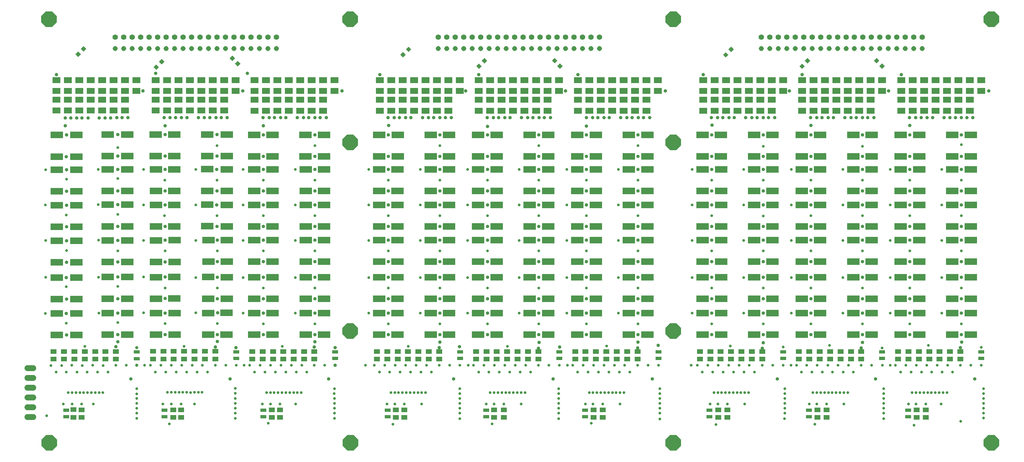
<source format=gbs>
G75*
G70*
%OFA0B0*%
%FSLAX24Y24*%
%IPPOS*%
%LPD*%
%AMOC8*
5,1,8,0,0,1.08239X$1,22.5*
%
%ADD10R,0.0630X0.0512*%
%ADD11R,0.1260X0.0709*%
%ADD12R,0.0787X0.0630*%
%ADD13R,0.0394X0.0394*%
%ADD14R,0.0591X0.0350*%
%ADD15C,0.0554*%
%ADD16C,0.0515*%
%ADD17C,0.0600*%
%ADD18C,0.0278*%
%ADD19C,0.0357*%
%ADD20C,0.0317*%
%ADD21OC8,0.1581*%
D10*
X006125Y010593D03*
X006125Y011380D03*
X006972Y011376D03*
X006972Y010589D03*
X016321Y010589D03*
X016321Y011376D03*
X017116Y011376D03*
X017116Y010589D03*
X026395Y010589D03*
X026395Y011376D03*
X027239Y011376D03*
X027239Y010589D03*
X027580Y016557D03*
X028643Y016557D03*
X029705Y016557D03*
X030729Y016557D03*
X030729Y017344D03*
X029705Y017344D03*
X028643Y017344D03*
X027580Y017344D03*
X026517Y017344D03*
X025454Y017344D03*
X024391Y017344D03*
X024391Y016557D03*
X025454Y016557D03*
X026517Y016557D03*
X020631Y016560D03*
X019568Y016560D03*
X018505Y016560D03*
X017442Y016560D03*
X016379Y016560D03*
X015316Y016560D03*
X014253Y016560D03*
X014253Y017347D03*
X015316Y017347D03*
X016379Y017347D03*
X017442Y017347D03*
X018505Y017347D03*
X019568Y017347D03*
X020631Y017347D03*
X010478Y017341D03*
X009415Y017341D03*
X008352Y017341D03*
X007289Y017341D03*
X006226Y017341D03*
X005163Y017341D03*
X004100Y017341D03*
X004100Y016553D03*
X005163Y016553D03*
X006226Y016553D03*
X007289Y016553D03*
X008352Y016553D03*
X009415Y016553D03*
X010478Y016553D03*
X037123Y016557D03*
X038186Y016557D03*
X039249Y016557D03*
X040312Y016557D03*
X041375Y016557D03*
X042438Y016557D03*
X043501Y016557D03*
X043501Y017344D03*
X042438Y017344D03*
X041375Y017344D03*
X040312Y017344D03*
X039249Y017344D03*
X038186Y017344D03*
X037123Y017344D03*
X047253Y017344D03*
X048316Y017344D03*
X049379Y017344D03*
X050442Y017344D03*
X051505Y017344D03*
X052568Y017344D03*
X053631Y017344D03*
X053631Y016557D03*
X052568Y016557D03*
X051505Y016557D03*
X050442Y016557D03*
X049379Y016557D03*
X048316Y016557D03*
X047253Y016557D03*
X049112Y011379D03*
X049112Y010592D03*
X050087Y010589D03*
X050087Y011376D03*
X057382Y016557D03*
X058445Y016557D03*
X059508Y016557D03*
X060571Y016557D03*
X061634Y016557D03*
X062697Y016557D03*
X063760Y016557D03*
X063760Y017344D03*
X062697Y017344D03*
X061634Y017344D03*
X060571Y017344D03*
X059508Y017344D03*
X058445Y017344D03*
X057382Y017344D03*
X059272Y011376D03*
X059272Y010589D03*
X060195Y010589D03*
X060195Y011376D03*
X070120Y016557D03*
X071183Y016557D03*
X072246Y016557D03*
X073309Y016557D03*
X074372Y016557D03*
X075435Y016557D03*
X076498Y016557D03*
X076498Y017344D03*
X075435Y017344D03*
X074372Y017344D03*
X073309Y017344D03*
X072246Y017344D03*
X071183Y017344D03*
X070120Y017344D03*
X080237Y017344D03*
X081300Y017344D03*
X082363Y017344D03*
X083426Y017344D03*
X084489Y017344D03*
X085552Y017344D03*
X086615Y017344D03*
X086615Y016557D03*
X085552Y016557D03*
X084489Y016557D03*
X083426Y016557D03*
X082363Y016557D03*
X081300Y016557D03*
X080237Y016557D03*
X082131Y011376D03*
X082131Y010589D03*
X083055Y010589D03*
X083055Y011376D03*
X092267Y011376D03*
X092267Y010589D03*
X093188Y010589D03*
X093188Y011376D03*
X093552Y016557D03*
X094615Y016557D03*
X095678Y016557D03*
X096741Y016557D03*
X096741Y017344D03*
X095678Y017344D03*
X094615Y017344D03*
X093552Y017344D03*
X092489Y017344D03*
X091426Y017344D03*
X090363Y017344D03*
X090363Y016557D03*
X091426Y016557D03*
X092489Y016557D03*
X072937Y011376D03*
X072937Y010589D03*
X071990Y010589D03*
X071990Y011376D03*
X039937Y011376D03*
X039937Y010589D03*
X039063Y010589D03*
X039063Y011376D03*
D11*
X039248Y019074D03*
X037367Y019074D03*
X037367Y021279D03*
X037367Y022734D03*
X039248Y022734D03*
X039248Y021279D03*
X042624Y021279D03*
X044509Y021279D03*
X044509Y022734D03*
X042624Y022734D03*
X042624Y024938D03*
X044509Y024938D03*
X044509Y026518D03*
X042624Y026518D03*
X039248Y026518D03*
X037367Y026518D03*
X037367Y024938D03*
X039248Y024938D03*
X039248Y028723D03*
X039248Y030133D03*
X037367Y030133D03*
X037367Y028723D03*
X042624Y028723D03*
X044509Y028723D03*
X044509Y030133D03*
X042624Y030133D03*
X042624Y032338D03*
X044509Y032338D03*
X044509Y033763D03*
X042624Y033763D03*
X039248Y033763D03*
X039248Y032338D03*
X037367Y032338D03*
X037367Y033763D03*
X037367Y035968D03*
X037367Y037289D03*
X039253Y037289D03*
X039248Y035968D03*
X042624Y035968D03*
X044509Y035968D03*
X044509Y037289D03*
X042624Y037289D03*
X042624Y039494D03*
X044509Y039494D03*
X047476Y039494D03*
X049362Y039494D03*
X052732Y039494D03*
X054618Y039494D03*
X057606Y039494D03*
X059492Y039494D03*
X062863Y039494D03*
X064749Y039494D03*
X064749Y037289D03*
X062863Y037289D03*
X062863Y035968D03*
X064749Y035968D03*
X064749Y033763D03*
X062863Y033763D03*
X062863Y032338D03*
X064749Y032338D03*
X064749Y030133D03*
X062863Y030133D03*
X062863Y028723D03*
X064749Y028723D03*
X064749Y026518D03*
X062863Y026518D03*
X062863Y024938D03*
X064749Y024938D03*
X064749Y022734D03*
X062863Y022734D03*
X062863Y021279D03*
X064749Y021279D03*
X064749Y019074D03*
X062863Y019074D03*
X059492Y019074D03*
X057606Y019074D03*
X054618Y019074D03*
X052732Y019074D03*
X049362Y019074D03*
X047476Y019074D03*
X044509Y019074D03*
X042624Y019074D03*
X047476Y021279D03*
X047476Y022734D03*
X049362Y022734D03*
X049362Y021279D03*
X052732Y021279D03*
X054618Y021279D03*
X054618Y022734D03*
X052732Y022734D03*
X052732Y024938D03*
X054618Y024938D03*
X054618Y026518D03*
X052732Y026518D03*
X049362Y026518D03*
X047476Y026518D03*
X047476Y024938D03*
X049362Y024938D03*
X049362Y028723D03*
X049362Y030133D03*
X047476Y030133D03*
X047476Y028723D03*
X052732Y028723D03*
X054618Y028723D03*
X054618Y030133D03*
X052732Y030133D03*
X052732Y032338D03*
X054618Y032338D03*
X054618Y033763D03*
X052732Y033763D03*
X049362Y033763D03*
X049362Y032338D03*
X047476Y032338D03*
X047476Y033763D03*
X047476Y035968D03*
X047476Y037289D03*
X049362Y037289D03*
X049362Y035968D03*
X052732Y035968D03*
X054618Y035968D03*
X054618Y037289D03*
X052732Y037289D03*
X057606Y037289D03*
X057606Y035968D03*
X059492Y035968D03*
X059492Y037289D03*
X059492Y033763D03*
X059492Y032338D03*
X057606Y032338D03*
X057606Y033763D03*
X057606Y030133D03*
X057606Y028723D03*
X059492Y028723D03*
X059492Y030133D03*
X059492Y026518D03*
X057606Y026518D03*
X057606Y024938D03*
X059492Y024938D03*
X059492Y022734D03*
X059492Y021279D03*
X057606Y021279D03*
X057606Y022734D03*
X070399Y022734D03*
X072285Y022734D03*
X072285Y021279D03*
X070399Y021279D03*
X070399Y019074D03*
X072285Y019074D03*
X075655Y019074D03*
X077541Y019074D03*
X080522Y019074D03*
X082408Y019074D03*
X085793Y019074D03*
X087679Y019074D03*
X090632Y019074D03*
X092518Y019074D03*
X095903Y019074D03*
X097789Y019074D03*
X097789Y021279D03*
X097789Y022734D03*
X095903Y022734D03*
X095903Y021279D03*
X092518Y021279D03*
X090632Y021279D03*
X090632Y022734D03*
X092518Y022734D03*
X092518Y024938D03*
X090632Y024938D03*
X090632Y026518D03*
X092518Y026518D03*
X095903Y026518D03*
X097789Y026518D03*
X097789Y024938D03*
X095903Y024938D03*
X095903Y028723D03*
X095903Y030133D03*
X097789Y030133D03*
X097789Y028723D03*
X092518Y028723D03*
X090632Y028723D03*
X090632Y030133D03*
X092518Y030133D03*
X092518Y032338D03*
X090632Y032338D03*
X090632Y033763D03*
X092518Y033763D03*
X095903Y033763D03*
X095903Y032338D03*
X097789Y032338D03*
X097789Y033763D03*
X097789Y035968D03*
X097789Y037289D03*
X095903Y037289D03*
X095903Y035968D03*
X092518Y035968D03*
X090632Y035968D03*
X090632Y037289D03*
X092518Y037289D03*
X092518Y039494D03*
X090632Y039494D03*
X087679Y039494D03*
X085793Y039494D03*
X082408Y039494D03*
X080522Y039494D03*
X077541Y039494D03*
X075655Y039494D03*
X072270Y039494D03*
X070384Y039494D03*
X070384Y037289D03*
X072270Y037289D03*
X072285Y035968D03*
X070399Y035968D03*
X070399Y033763D03*
X072285Y033763D03*
X072285Y032338D03*
X070399Y032338D03*
X070399Y030133D03*
X072285Y030133D03*
X072285Y028723D03*
X070399Y028723D03*
X070399Y026518D03*
X072285Y026518D03*
X072285Y024938D03*
X070399Y024938D03*
X075655Y024938D03*
X077541Y024938D03*
X077541Y026518D03*
X075655Y026518D03*
X075655Y028723D03*
X075655Y030133D03*
X077541Y030133D03*
X077541Y028723D03*
X080522Y028723D03*
X082408Y028723D03*
X082408Y030133D03*
X080522Y030133D03*
X080522Y032338D03*
X082408Y032338D03*
X082408Y033763D03*
X080522Y033763D03*
X077541Y033763D03*
X077541Y032338D03*
X075655Y032338D03*
X075655Y033763D03*
X075655Y035968D03*
X075655Y037289D03*
X077541Y037289D03*
X077541Y035968D03*
X080522Y035968D03*
X082408Y035968D03*
X082408Y037289D03*
X080522Y037289D03*
X085793Y037289D03*
X085793Y035968D03*
X087679Y035968D03*
X087679Y037289D03*
X087679Y033763D03*
X087679Y032338D03*
X085793Y032338D03*
X085793Y033763D03*
X085793Y030133D03*
X085793Y028723D03*
X087679Y028723D03*
X087679Y030133D03*
X087679Y026518D03*
X085793Y026518D03*
X085793Y024938D03*
X087679Y024938D03*
X087679Y022734D03*
X087679Y021279D03*
X085793Y021279D03*
X085793Y022734D03*
X082408Y022734D03*
X080522Y022734D03*
X080522Y021279D03*
X082408Y021279D03*
X077541Y021279D03*
X077541Y022734D03*
X075655Y022734D03*
X075655Y021279D03*
X080522Y024938D03*
X082408Y024938D03*
X082408Y026518D03*
X080522Y026518D03*
X095903Y039494D03*
X097789Y039494D03*
X039253Y039494D03*
X037367Y039494D03*
X031734Y039494D03*
X029848Y039494D03*
X026473Y039494D03*
X024592Y039494D03*
X021795Y039531D03*
X019803Y039537D03*
X019803Y037333D03*
X021795Y037326D03*
X021788Y035971D03*
X019801Y035981D03*
X016426Y035960D03*
X014561Y035958D03*
X014541Y037329D03*
X016423Y037330D03*
X016423Y039535D03*
X014541Y039534D03*
X011644Y039523D03*
X009644Y039523D03*
X009644Y037319D03*
X011644Y037319D03*
X011647Y035970D03*
X009647Y035970D03*
X006432Y035930D03*
X006429Y037279D03*
X004429Y037279D03*
X004432Y035930D03*
X004432Y033726D03*
X004428Y032309D03*
X006428Y032309D03*
X006432Y033726D03*
X009647Y033765D03*
X009642Y032349D03*
X011642Y032349D03*
X011647Y033765D03*
X014561Y033753D03*
X016426Y033755D03*
X016426Y032332D03*
X014559Y032333D03*
X014559Y030128D03*
X016426Y030127D03*
X016449Y028713D03*
X014575Y028710D03*
X011645Y028702D03*
X011642Y030144D03*
X009642Y030144D03*
X009645Y028702D03*
X006428Y028674D03*
X004428Y028674D03*
X004428Y030104D03*
X006428Y030104D03*
X006428Y026469D03*
X004428Y026469D03*
X004425Y024910D03*
X006425Y024910D03*
X009648Y024948D03*
X011648Y024948D03*
X011645Y026497D03*
X009645Y026497D03*
X014575Y026506D03*
X016449Y026508D03*
X016448Y024950D03*
X014569Y024938D03*
X014569Y022734D03*
X016448Y022746D03*
X016455Y021277D03*
X014573Y021278D03*
X011639Y021276D03*
X011648Y022743D03*
X009648Y022743D03*
X009639Y021276D03*
X006420Y021232D03*
X004420Y021232D03*
X004425Y022705D03*
X006425Y022705D03*
X006420Y019027D03*
X004420Y019027D03*
X009639Y019071D03*
X011639Y019071D03*
X014573Y019073D03*
X016455Y019072D03*
X019913Y019074D03*
X021780Y019077D03*
X024592Y019074D03*
X026473Y019074D03*
X029853Y019074D03*
X031734Y019074D03*
X031734Y021279D03*
X031734Y022734D03*
X029853Y022734D03*
X029853Y021279D03*
X026473Y021279D03*
X024592Y021279D03*
X024592Y022734D03*
X026473Y022734D03*
X026473Y024938D03*
X024592Y024938D03*
X024592Y026518D03*
X026473Y026518D03*
X029853Y026518D03*
X031734Y026518D03*
X031734Y024938D03*
X029853Y024938D03*
X029853Y028723D03*
X029853Y030133D03*
X031734Y030133D03*
X031734Y028723D03*
X026473Y028723D03*
X024592Y028723D03*
X024592Y030133D03*
X026473Y030133D03*
X026473Y032338D03*
X024592Y032338D03*
X024592Y033763D03*
X026473Y033763D03*
X029853Y033763D03*
X029853Y032338D03*
X031734Y032338D03*
X031734Y033763D03*
X031734Y035968D03*
X031734Y037289D03*
X029848Y037289D03*
X029853Y035968D03*
X026473Y035968D03*
X024592Y035968D03*
X024592Y037289D03*
X026473Y037289D03*
X021788Y033766D03*
X021789Y032340D03*
X019792Y032351D03*
X019801Y033776D03*
X019792Y030146D03*
X019916Y028730D03*
X021788Y028725D03*
X021789Y030136D03*
X021788Y026521D03*
X019916Y026525D03*
X019906Y024948D03*
X021785Y024941D03*
X021785Y022737D03*
X021780Y021282D03*
X019913Y021278D03*
X019906Y022743D03*
X006429Y039484D03*
X004429Y039484D03*
D12*
X004396Y041984D03*
X005565Y041983D03*
X005565Y043086D03*
X005564Y043986D03*
X004396Y043984D03*
X004396Y043086D03*
X004396Y045086D03*
X005564Y045088D03*
X006730Y045092D03*
X007900Y045091D03*
X009069Y045090D03*
X010237Y045091D03*
X011403Y045089D03*
X012572Y045086D03*
X012572Y043984D03*
X011403Y043987D03*
X011406Y043082D03*
X010239Y043085D03*
X010237Y043989D03*
X009069Y043988D03*
X009071Y043083D03*
X007901Y043085D03*
X007900Y043989D03*
X006730Y043989D03*
X006733Y043083D03*
X006733Y041981D03*
X007901Y041983D03*
X009071Y041981D03*
X010239Y041983D03*
X011406Y041980D03*
X014524Y041981D03*
X015692Y041981D03*
X016861Y041981D03*
X018030Y041981D03*
X019197Y041981D03*
X020365Y041981D03*
X021532Y041981D03*
X021532Y043083D03*
X021532Y043991D03*
X020365Y043991D03*
X020365Y043083D03*
X019197Y043083D03*
X019197Y043991D03*
X018030Y043991D03*
X018030Y043083D03*
X016861Y043083D03*
X016861Y043991D03*
X015692Y043991D03*
X015692Y043083D03*
X014524Y043083D03*
X014524Y043991D03*
X014524Y045093D03*
X015692Y045093D03*
X016861Y045093D03*
X018030Y045093D03*
X019197Y045093D03*
X020365Y045093D03*
X021532Y045093D03*
X022702Y045093D03*
X022702Y043991D03*
X024637Y043988D03*
X024637Y043080D03*
X025805Y043080D03*
X025805Y043988D03*
X026973Y043988D03*
X026973Y043080D03*
X028142Y043080D03*
X028142Y043988D03*
X029310Y043988D03*
X029310Y043080D03*
X030477Y043080D03*
X030477Y043988D03*
X031645Y043988D03*
X031645Y043080D03*
X032812Y043988D03*
X032812Y045090D03*
X031645Y045090D03*
X030477Y045090D03*
X029310Y045090D03*
X028142Y045090D03*
X026973Y045090D03*
X025805Y045090D03*
X024637Y045090D03*
X024637Y041978D03*
X025805Y041978D03*
X026973Y041978D03*
X028142Y041978D03*
X029310Y041978D03*
X030477Y041978D03*
X031645Y041978D03*
X037420Y041978D03*
X038588Y041978D03*
X039756Y041978D03*
X040922Y041978D03*
X042090Y041978D03*
X043257Y041978D03*
X044424Y041978D03*
X044424Y043080D03*
X044424Y043988D03*
X043257Y043988D03*
X043257Y043080D03*
X042090Y043080D03*
X042090Y043988D03*
X040922Y043988D03*
X040922Y043080D03*
X039756Y043080D03*
X039756Y043988D03*
X038588Y043988D03*
X038588Y043080D03*
X037420Y043080D03*
X037420Y043988D03*
X037420Y045090D03*
X038588Y045090D03*
X039756Y045090D03*
X040922Y045090D03*
X042090Y045090D03*
X043257Y045090D03*
X044424Y045090D03*
X045592Y045090D03*
X045592Y043988D03*
X047544Y043988D03*
X047544Y043080D03*
X048712Y043080D03*
X048712Y043988D03*
X049879Y043988D03*
X049879Y043080D03*
X051047Y043080D03*
X051047Y043988D03*
X052215Y043988D03*
X052215Y043080D03*
X053382Y043080D03*
X053382Y043988D03*
X054549Y043988D03*
X054549Y043080D03*
X055716Y043988D03*
X055716Y045090D03*
X054549Y045090D03*
X053382Y045090D03*
X052215Y045090D03*
X051047Y045090D03*
X049879Y045090D03*
X048712Y045090D03*
X047544Y045090D03*
X047544Y041978D03*
X048712Y041978D03*
X049879Y041978D03*
X051047Y041978D03*
X052215Y041978D03*
X053382Y041978D03*
X054549Y041978D03*
X057668Y041978D03*
X058835Y041978D03*
X060002Y041978D03*
X061170Y041978D03*
X062338Y041978D03*
X063506Y041978D03*
X064675Y041978D03*
X064675Y043080D03*
X064675Y043988D03*
X065842Y043988D03*
X065842Y045090D03*
X064675Y045090D03*
X063506Y045090D03*
X062338Y045090D03*
X061170Y045090D03*
X060002Y045090D03*
X058835Y045090D03*
X057668Y045090D03*
X057668Y043988D03*
X057668Y043080D03*
X058835Y043080D03*
X058835Y043988D03*
X060002Y043988D03*
X060002Y043080D03*
X061170Y043080D03*
X061170Y043988D03*
X062338Y043988D03*
X062338Y043080D03*
X063506Y043080D03*
X063506Y043988D03*
X070450Y043988D03*
X070450Y043080D03*
X071617Y043080D03*
X071617Y043988D03*
X072783Y043988D03*
X072783Y043080D03*
X073951Y043080D03*
X073951Y043988D03*
X075119Y043988D03*
X075119Y043080D03*
X076288Y043080D03*
X076288Y043988D03*
X077457Y043988D03*
X077457Y043080D03*
X078625Y043988D03*
X078625Y045090D03*
X077457Y045090D03*
X076288Y045090D03*
X075119Y045090D03*
X073951Y045090D03*
X072783Y045090D03*
X071617Y045090D03*
X070450Y045090D03*
X070450Y041978D03*
X071617Y041978D03*
X072783Y041978D03*
X073951Y041978D03*
X075119Y041978D03*
X076288Y041978D03*
X077457Y041978D03*
X080575Y041978D03*
X081741Y041978D03*
X082908Y041978D03*
X084075Y041978D03*
X085241Y041978D03*
X086407Y041978D03*
X087575Y041978D03*
X087575Y043080D03*
X087575Y043988D03*
X088743Y043988D03*
X088743Y045090D03*
X087575Y045090D03*
X086407Y045090D03*
X085241Y045090D03*
X084075Y045090D03*
X082908Y045090D03*
X081741Y045090D03*
X080575Y045090D03*
X080575Y043988D03*
X080575Y043080D03*
X081741Y043080D03*
X081741Y043988D03*
X082908Y043988D03*
X082908Y043080D03*
X084075Y043080D03*
X084075Y043988D03*
X085241Y043988D03*
X085241Y043080D03*
X086407Y043080D03*
X086407Y043988D03*
X090693Y043988D03*
X090693Y043080D03*
X091861Y043080D03*
X091861Y043988D03*
X093028Y043988D03*
X093028Y043080D03*
X094195Y043080D03*
X094195Y043988D03*
X095363Y043988D03*
X095363Y043080D03*
X096531Y043080D03*
X096531Y043988D03*
X097699Y043988D03*
X097699Y043080D03*
X098867Y043988D03*
X098867Y045090D03*
X097699Y045090D03*
X096531Y045090D03*
X095363Y045090D03*
X094195Y045090D03*
X093028Y045090D03*
X091861Y045090D03*
X090693Y045090D03*
X090693Y041978D03*
X091861Y041978D03*
X093028Y041978D03*
X094195Y041978D03*
X095363Y041978D03*
X096531Y041978D03*
X097699Y041978D03*
D13*
G36*
X088730Y046822D02*
X089008Y046544D01*
X088730Y046266D01*
X088452Y046544D01*
X088730Y046822D01*
G37*
G36*
X088173Y047379D02*
X088451Y047101D01*
X088173Y046823D01*
X087895Y047101D01*
X088173Y047379D01*
G37*
G36*
X081403Y047081D02*
X081125Y046803D01*
X080847Y047081D01*
X081125Y047359D01*
X081403Y047081D01*
G37*
G36*
X080846Y046524D02*
X080568Y046246D01*
X080290Y046524D01*
X080568Y046802D01*
X080846Y046524D01*
G37*
G36*
X073601Y048248D02*
X073323Y047970D01*
X073045Y048248D01*
X073323Y048526D01*
X073601Y048248D01*
G37*
G36*
X073044Y047691D02*
X072766Y047413D01*
X072488Y047691D01*
X072766Y047969D01*
X073044Y047691D01*
G37*
G36*
X055848Y046822D02*
X056126Y046544D01*
X055848Y046266D01*
X055570Y046544D01*
X055848Y046822D01*
G37*
G36*
X055291Y047379D02*
X055569Y047101D01*
X055291Y046823D01*
X055013Y047101D01*
X055291Y047379D01*
G37*
G36*
X048388Y047081D02*
X048110Y046803D01*
X047832Y047081D01*
X048110Y047359D01*
X048388Y047081D01*
G37*
G36*
X047831Y046524D02*
X047553Y046246D01*
X047275Y046524D01*
X047553Y046802D01*
X047831Y046524D01*
G37*
G36*
X040642Y048259D02*
X040364Y047981D01*
X040086Y048259D01*
X040364Y048537D01*
X040642Y048259D01*
G37*
G36*
X040085Y047702D02*
X039807Y047424D01*
X039529Y047702D01*
X039807Y047980D01*
X040085Y047702D01*
G37*
G36*
X022911Y047066D02*
X023189Y046788D01*
X022911Y046510D01*
X022633Y046788D01*
X022911Y047066D01*
G37*
G36*
X022354Y047623D02*
X022632Y047345D01*
X022354Y047067D01*
X022076Y047345D01*
X022354Y047623D01*
G37*
G36*
X015422Y046985D02*
X015144Y046707D01*
X014866Y046985D01*
X015144Y047263D01*
X015422Y046985D01*
G37*
G36*
X014866Y046428D02*
X014588Y046150D01*
X014310Y046428D01*
X014588Y046706D01*
X014866Y046428D01*
G37*
G36*
X007452Y048310D02*
X007174Y048032D01*
X006896Y048310D01*
X007174Y048588D01*
X007452Y048310D01*
G37*
G36*
X006895Y047753D02*
X006617Y047475D01*
X006339Y047753D01*
X006617Y048031D01*
X006895Y047753D01*
G37*
D14*
X012604Y017282D03*
X012604Y016612D03*
X015427Y011317D03*
X015427Y010648D03*
X005393Y010652D03*
X005393Y011321D03*
X022757Y016619D03*
X022757Y017288D03*
X032855Y017285D03*
X032855Y016616D03*
X038220Y011317D03*
X038220Y010648D03*
X048299Y010656D03*
X048299Y011325D03*
X045627Y016616D03*
X045627Y017285D03*
X055757Y017285D03*
X055757Y016616D03*
X058386Y011317D03*
X058386Y010648D03*
X065886Y016616D03*
X065886Y017285D03*
X071109Y011317D03*
X071109Y010648D03*
X081267Y010648D03*
X081267Y011317D03*
X078624Y016616D03*
X078624Y017285D03*
X088741Y017285D03*
X088741Y016616D03*
X091402Y011317D03*
X091402Y010648D03*
X098867Y016616D03*
X098867Y017285D03*
X025531Y011317D03*
X025531Y010648D03*
D15*
X025127Y049508D03*
X025993Y049508D03*
X026859Y049508D03*
X024260Y049508D03*
X023394Y049508D03*
X022528Y049508D03*
X021662Y049508D03*
X020796Y049508D03*
X019930Y049508D03*
X019064Y049508D03*
X018198Y049508D03*
X017331Y049508D03*
X016465Y049508D03*
X015599Y049508D03*
X014733Y049508D03*
X013867Y049508D03*
X013001Y049508D03*
X012135Y049508D03*
X011268Y049508D03*
X010402Y049508D03*
X043395Y049508D03*
X044261Y049508D03*
X045127Y049508D03*
X045993Y049508D03*
X046859Y049508D03*
X047725Y049508D03*
X048592Y049508D03*
X049458Y049508D03*
X050324Y049508D03*
X051190Y049508D03*
X052056Y049508D03*
X052922Y049508D03*
X053788Y049508D03*
X054655Y049508D03*
X055521Y049508D03*
X056387Y049508D03*
X057253Y049508D03*
X058119Y049508D03*
X058985Y049508D03*
X059851Y049508D03*
X076387Y049508D03*
X077253Y049508D03*
X078119Y049508D03*
X078986Y049508D03*
X079852Y049508D03*
X080718Y049508D03*
X081584Y049508D03*
X082450Y049508D03*
X083316Y049508D03*
X084182Y049508D03*
X085049Y049508D03*
X085915Y049508D03*
X086781Y049508D03*
X087647Y049508D03*
X088513Y049508D03*
X089379Y049508D03*
X090245Y049508D03*
X091112Y049508D03*
X091978Y049508D03*
X092844Y049508D03*
D16*
X092844Y048326D03*
X091978Y048326D03*
X091112Y048326D03*
X090246Y048326D03*
X089380Y048326D03*
X088514Y048326D03*
X087647Y048326D03*
X086781Y048326D03*
X085915Y048326D03*
X085049Y048326D03*
X084183Y048326D03*
X083317Y048326D03*
X082451Y048326D03*
X081584Y048326D03*
X080718Y048326D03*
X079852Y048326D03*
X078986Y048326D03*
X078120Y048326D03*
X077254Y048326D03*
X076388Y048326D03*
X059852Y048326D03*
X058986Y048326D03*
X058120Y048326D03*
X057253Y048326D03*
X056387Y048326D03*
X055521Y048326D03*
X054655Y048326D03*
X053789Y048326D03*
X052923Y048326D03*
X052057Y048326D03*
X051190Y048326D03*
X050324Y048326D03*
X049458Y048326D03*
X048592Y048326D03*
X047726Y048326D03*
X046860Y048326D03*
X045994Y048326D03*
X045127Y048326D03*
X044261Y048326D03*
X043395Y048326D03*
X026859Y048326D03*
X025993Y048326D03*
X025127Y048326D03*
X024261Y048326D03*
X023395Y048326D03*
X022529Y048326D03*
X021663Y048326D03*
X020796Y048326D03*
X019930Y048326D03*
X019064Y048326D03*
X018198Y048326D03*
X017332Y048326D03*
X016466Y048326D03*
X015600Y048326D03*
X014733Y048326D03*
X013867Y048326D03*
X013001Y048326D03*
X012135Y048326D03*
X011269Y048326D03*
X010403Y048326D03*
D17*
X002023Y015634D02*
X001423Y015634D01*
X001423Y014634D02*
X002023Y014634D01*
X002023Y013634D02*
X001423Y013634D01*
X001423Y012634D02*
X002023Y012634D01*
X002023Y011634D02*
X001423Y011634D01*
X001423Y010634D02*
X002023Y010634D01*
D18*
X003386Y010762D03*
X005085Y011949D03*
X005996Y011947D03*
X006981Y011949D03*
X008159Y011947D03*
X008352Y013132D03*
X007955Y013138D03*
X007566Y013128D03*
X007170Y013140D03*
X006782Y013138D03*
X006387Y013142D03*
X005992Y013143D03*
X005601Y013140D03*
X008752Y013141D03*
X009146Y013130D03*
X012594Y013008D03*
X012592Y012529D03*
X012596Y012034D03*
X012602Y011529D03*
X012593Y011030D03*
X012593Y010480D03*
X015250Y011951D03*
X016132Y011957D03*
X017121Y011949D03*
X018484Y011957D03*
X018497Y013151D03*
X018888Y013149D03*
X019277Y013152D03*
X018101Y013144D03*
X017705Y013151D03*
X017314Y013152D03*
X016919Y013151D03*
X016523Y013150D03*
X016137Y013150D03*
X015738Y013151D03*
X012590Y013535D03*
X014503Y015218D03*
X013998Y015913D03*
X013412Y015913D03*
X015066Y015913D03*
X015564Y015218D03*
X016126Y015913D03*
X016632Y015218D03*
X017194Y015913D03*
X017696Y015218D03*
X018250Y015913D03*
X018757Y015218D03*
X019312Y015913D03*
X019820Y015218D03*
X020629Y015913D03*
X021691Y015913D03*
X022762Y015913D03*
X023553Y015913D03*
X024143Y015913D03*
X024644Y015218D03*
X025203Y015913D03*
X025705Y015218D03*
X026267Y015913D03*
X026773Y015218D03*
X027324Y015913D03*
X027833Y015218D03*
X028389Y015913D03*
X028900Y015218D03*
X029452Y015913D03*
X029962Y015218D03*
X030726Y015913D03*
X031784Y015913D03*
X032782Y013540D03*
X032781Y013024D03*
X032787Y012536D03*
X032789Y012027D03*
X032789Y011519D03*
X032787Y011024D03*
X032787Y010480D03*
X028816Y011957D03*
X027237Y011949D03*
X026249Y011952D03*
X025419Y011950D03*
X025855Y013136D03*
X026256Y013133D03*
X026647Y013141D03*
X027040Y013135D03*
X027432Y013134D03*
X027827Y013134D03*
X028228Y013142D03*
X028618Y013128D03*
X029015Y013134D03*
X029405Y013134D03*
X026035Y009980D03*
X022658Y010480D03*
X022658Y011024D03*
X022658Y011529D03*
X022658Y012016D03*
X022661Y012529D03*
X022661Y013050D03*
X022663Y013550D03*
X015936Y009945D03*
X009671Y015218D03*
X009161Y015909D03*
X008603Y015218D03*
X008105Y015913D03*
X007547Y015218D03*
X007039Y015906D03*
X006485Y015218D03*
X005969Y015926D03*
X005411Y015218D03*
X004934Y015910D03*
X004351Y015218D03*
X003848Y015910D03*
X007302Y017851D03*
X005399Y020242D03*
X003280Y021237D03*
X005414Y023954D03*
X003306Y024922D03*
X005429Y027646D03*
X003305Y028694D03*
X005391Y031309D03*
X003281Y032319D03*
X005440Y034978D03*
X003286Y035941D03*
X008669Y035967D03*
X010649Y035013D03*
X013304Y035956D03*
X015466Y034857D03*
X018638Y035969D03*
X020789Y034857D03*
X023466Y035966D03*
X025540Y034855D03*
X028793Y035966D03*
X030804Y034855D03*
X028793Y032334D03*
X030794Y031235D03*
X028793Y028700D03*
X030794Y027620D03*
X028793Y024900D03*
X030794Y023836D03*
X028793Y021277D03*
X030794Y020177D03*
X027465Y017870D03*
X025536Y020177D03*
X023466Y021277D03*
X020840Y020180D03*
X018638Y021280D03*
X015488Y020180D03*
X013304Y021280D03*
X010649Y020309D03*
X008717Y021278D03*
X010649Y023997D03*
X008703Y024942D03*
X013304Y024947D03*
X015488Y023839D03*
X018638Y024903D03*
X020840Y023839D03*
X023466Y024900D03*
X025536Y023836D03*
X025536Y027620D03*
X023466Y028700D03*
X020840Y027623D03*
X018638Y028703D03*
X015488Y027623D03*
X013304Y028711D03*
X010649Y027633D03*
X008690Y028730D03*
X010649Y031375D03*
X008669Y032365D03*
X013304Y032339D03*
X015446Y031238D03*
X018638Y032334D03*
X020785Y031238D03*
X023466Y032334D03*
X025536Y031235D03*
X036312Y032334D03*
X038312Y031235D03*
X041554Y032334D03*
X043570Y031235D03*
X046405Y032334D03*
X048426Y031235D03*
X051667Y032334D03*
X053679Y031235D03*
X056541Y032334D03*
X058546Y031235D03*
X061795Y032334D03*
X063805Y031235D03*
X061795Y028700D03*
X063805Y027620D03*
X061795Y024900D03*
X063805Y023836D03*
X061795Y021277D03*
X063805Y020177D03*
X060587Y017889D03*
X060318Y015913D03*
X060827Y015218D03*
X061383Y015913D03*
X061888Y015218D03*
X062434Y015913D03*
X062956Y015218D03*
X063760Y015913D03*
X064825Y015913D03*
X065884Y015913D03*
X069227Y015913D03*
X069869Y015913D03*
X070378Y015218D03*
X070929Y015913D03*
X071441Y015218D03*
X071991Y015913D03*
X072499Y015218D03*
X073056Y015913D03*
X073565Y015218D03*
X074119Y015913D03*
X074627Y015218D03*
X075181Y015913D03*
X075690Y015218D03*
X076500Y015913D03*
X077560Y015913D03*
X078622Y015913D03*
X079447Y015913D03*
X079985Y015913D03*
X080496Y015218D03*
X081046Y015913D03*
X081553Y015218D03*
X082110Y015913D03*
X082618Y015218D03*
X083191Y015913D03*
X083668Y015218D03*
X084239Y015913D03*
X084751Y015218D03*
X085298Y015913D03*
X085805Y015218D03*
X086615Y015913D03*
X087681Y015913D03*
X088752Y015913D03*
X089572Y015913D03*
X090110Y015913D03*
X090616Y015218D03*
X091171Y015913D03*
X091683Y015218D03*
X092238Y015913D03*
X092749Y015218D03*
X093299Y015913D03*
X093810Y015218D03*
X094362Y015913D03*
X094871Y015218D03*
X095426Y015913D03*
X095935Y015218D03*
X096743Y015913D03*
X097802Y015913D03*
X098865Y015913D03*
X098867Y017767D03*
X096847Y020177D03*
X094835Y021277D03*
X091575Y020177D03*
X089569Y021277D03*
X086736Y020177D03*
X084729Y021277D03*
X081465Y020177D03*
X079457Y021277D03*
X076598Y020177D03*
X074588Y021277D03*
X071342Y020177D03*
X069337Y021277D03*
X071342Y023836D03*
X069337Y024900D03*
X074588Y024900D03*
X076598Y023836D03*
X079457Y024900D03*
X081465Y023836D03*
X084729Y024900D03*
X086736Y023836D03*
X089569Y024900D03*
X091575Y023836D03*
X094835Y024900D03*
X096847Y023836D03*
X096847Y027620D03*
X094835Y028700D03*
X091575Y027620D03*
X089569Y028700D03*
X086736Y027620D03*
X084729Y028700D03*
X081465Y027620D03*
X079457Y028700D03*
X076598Y027620D03*
X074588Y028700D03*
X071342Y027620D03*
X069337Y028700D03*
X071342Y031235D03*
X069337Y032334D03*
X071342Y034865D03*
X069337Y035966D03*
X074588Y035966D03*
X076598Y034865D03*
X079457Y035966D03*
X081465Y034865D03*
X084729Y035966D03*
X086736Y034865D03*
X089569Y035966D03*
X091575Y034865D03*
X094835Y035966D03*
X096847Y034865D03*
X094835Y032334D03*
X096847Y031235D03*
X091575Y031235D03*
X089569Y032334D03*
X086736Y031235D03*
X084729Y032334D03*
X081465Y031235D03*
X079457Y032334D03*
X076598Y031204D03*
X074588Y032334D03*
X063805Y034855D03*
X061795Y035966D03*
X058546Y034855D03*
X056541Y035966D03*
X053679Y034855D03*
X051667Y035966D03*
X048426Y034855D03*
X046405Y035966D03*
X043570Y034855D03*
X041554Y035966D03*
X038312Y034855D03*
X036312Y035966D03*
X030812Y038392D03*
X020789Y038395D03*
X010649Y038209D03*
X036312Y028700D03*
X038312Y027620D03*
X041554Y028700D03*
X043570Y027620D03*
X046405Y028700D03*
X048426Y027620D03*
X051667Y028700D03*
X053679Y027620D03*
X056541Y028700D03*
X058546Y027620D03*
X056541Y024900D03*
X058546Y023836D03*
X056541Y021277D03*
X058546Y020177D03*
X053679Y020177D03*
X051667Y021277D03*
X048426Y020177D03*
X046405Y021277D03*
X043570Y020177D03*
X041554Y021277D03*
X038312Y020177D03*
X036312Y021277D03*
X038312Y023836D03*
X036312Y024900D03*
X041554Y024900D03*
X043570Y023836D03*
X046405Y024900D03*
X048426Y023836D03*
X051667Y024900D03*
X053679Y023836D03*
X050457Y017879D03*
X050187Y015913D03*
X050699Y015218D03*
X051255Y015913D03*
X051761Y015218D03*
X052317Y015913D03*
X052822Y015218D03*
X053636Y015913D03*
X054694Y015913D03*
X055757Y015913D03*
X056607Y015913D03*
X057127Y015913D03*
X057641Y015218D03*
X058195Y015913D03*
X058705Y015218D03*
X059253Y015913D03*
X059758Y015218D03*
X059608Y013136D03*
X059214Y013136D03*
X058822Y013136D03*
X060006Y013136D03*
X060397Y013136D03*
X060790Y013136D03*
X061186Y013136D03*
X061578Y013136D03*
X061972Y013136D03*
X062365Y013136D03*
X061973Y011949D03*
X060196Y011949D03*
X059215Y011949D03*
X058425Y011956D03*
X059020Y009990D03*
X055699Y010448D03*
X055698Y011024D03*
X055698Y011519D03*
X055698Y012027D03*
X055698Y012536D03*
X055698Y013024D03*
X055698Y013540D03*
X052253Y013136D03*
X051858Y013136D03*
X051464Y013136D03*
X051071Y013136D03*
X050677Y013136D03*
X050288Y013136D03*
X049892Y013136D03*
X049502Y013136D03*
X049104Y013136D03*
X048709Y013136D03*
X048311Y011957D03*
X049103Y011949D03*
X050084Y011949D03*
X051857Y011949D03*
X048904Y009931D03*
X045606Y010456D03*
X045598Y011024D03*
X045598Y011519D03*
X045598Y012027D03*
X045598Y012536D03*
X045598Y013024D03*
X045598Y013540D03*
X047517Y015218D03*
X047006Y015913D03*
X046450Y015913D03*
X045615Y015913D03*
X044566Y015913D03*
X043498Y015913D03*
X042695Y015218D03*
X042189Y015913D03*
X041632Y015218D03*
X041119Y015913D03*
X040569Y015218D03*
X040056Y015913D03*
X039506Y015218D03*
X038992Y015913D03*
X038447Y015218D03*
X037934Y015913D03*
X037382Y015218D03*
X036867Y015913D03*
X035968Y015913D03*
X040325Y017866D03*
X048064Y015913D03*
X048569Y015218D03*
X049125Y015913D03*
X049627Y015218D03*
X042100Y013136D03*
X041710Y013136D03*
X041316Y013136D03*
X040919Y013136D03*
X040527Y013136D03*
X040134Y013136D03*
X039739Y013136D03*
X039344Y013136D03*
X038953Y013136D03*
X038561Y013136D03*
X038161Y011968D03*
X038956Y011949D03*
X039935Y011949D03*
X041710Y011949D03*
X038756Y009889D03*
X017424Y017873D03*
X011534Y015918D03*
X010468Y015929D03*
X043570Y038392D03*
X053679Y038392D03*
X063805Y038392D03*
X076598Y038319D03*
X086736Y038336D03*
X096847Y038486D03*
X093480Y017963D03*
X088741Y017703D03*
X083349Y017978D03*
X078624Y017789D03*
X073248Y017912D03*
X078784Y013540D03*
X078784Y013024D03*
X078784Y012536D03*
X078784Y012027D03*
X078784Y011519D03*
X078784Y011024D03*
X078779Y010456D03*
X081291Y011956D03*
X082072Y011949D03*
X083051Y011949D03*
X084828Y011949D03*
X084826Y013136D03*
X084435Y013136D03*
X084040Y013136D03*
X083648Y013136D03*
X083252Y013136D03*
X082857Y013136D03*
X082464Y013136D03*
X082068Y013136D03*
X081678Y013136D03*
X085220Y013136D03*
X088907Y013024D03*
X088907Y012536D03*
X088907Y012027D03*
X088907Y011519D03*
X088907Y011024D03*
X088908Y010471D03*
X091417Y011954D03*
X092205Y011949D03*
X093189Y011949D03*
X094767Y011949D03*
X094961Y013136D03*
X094568Y013136D03*
X094175Y013136D03*
X093780Y013136D03*
X093386Y013136D03*
X092990Y013136D03*
X092601Y013136D03*
X092205Y013136D03*
X091808Y013136D03*
X088907Y013540D03*
X092010Y009812D03*
X096752Y010208D03*
X099096Y010536D03*
X099094Y011024D03*
X099094Y011519D03*
X099094Y012027D03*
X099094Y012536D03*
X099094Y013024D03*
X099094Y013540D03*
X095359Y013136D03*
X081875Y009881D03*
X075099Y013136D03*
X074708Y013136D03*
X074314Y013136D03*
X073918Y013136D03*
X073524Y013136D03*
X073136Y013136D03*
X072739Y013136D03*
X072346Y013136D03*
X071950Y013136D03*
X071554Y013136D03*
X071169Y011953D03*
X071951Y011949D03*
X072932Y011949D03*
X074701Y011949D03*
X071754Y009853D03*
X066032Y010434D03*
X066030Y011024D03*
X066030Y011519D03*
X066030Y012027D03*
X066030Y012536D03*
X066030Y013024D03*
X066030Y013540D03*
D19*
X065267Y014533D03*
X063760Y017701D03*
X063797Y018311D03*
X065849Y017947D03*
X063805Y019074D03*
X063805Y021279D03*
X063805Y022734D03*
X063805Y024938D03*
X063805Y026518D03*
X063805Y028723D03*
X063805Y030133D03*
X063805Y032338D03*
X063805Y033763D03*
X063805Y035968D03*
X063805Y037289D03*
X063805Y039496D03*
X063830Y041251D03*
X064365Y041251D03*
X064988Y041251D03*
X063193Y041251D03*
X062656Y041251D03*
X062027Y041251D03*
X060856Y041251D03*
X060320Y041251D03*
X059686Y041251D03*
X059159Y041251D03*
X058530Y041251D03*
X058545Y040390D03*
X058546Y039496D03*
X054867Y041251D03*
X054240Y041251D03*
X053698Y041251D03*
X053067Y041251D03*
X052537Y041251D03*
X051911Y041251D03*
X050732Y041251D03*
X050193Y041251D03*
X049567Y041251D03*
X049028Y041251D03*
X048402Y041251D03*
X048432Y040374D03*
X048426Y039494D03*
X044747Y041251D03*
X044118Y041251D03*
X043573Y041251D03*
X042942Y041251D03*
X042406Y041251D03*
X041783Y041251D03*
X040607Y041251D03*
X040074Y041251D03*
X039444Y041251D03*
X038903Y041251D03*
X038274Y041251D03*
X038318Y040452D03*
X038312Y039494D03*
X038312Y037289D03*
X038312Y035968D03*
X038312Y033763D03*
X038312Y032338D03*
X038312Y030133D03*
X038312Y028723D03*
X038312Y026518D03*
X038312Y024938D03*
X038312Y022734D03*
X038312Y021279D03*
X038312Y019074D03*
X043502Y017731D03*
X043573Y018305D03*
X045578Y017839D03*
X043570Y019074D03*
X043570Y021279D03*
X043570Y022734D03*
X043570Y024938D03*
X043570Y026518D03*
X043570Y028723D03*
X043570Y030133D03*
X043570Y032338D03*
X043570Y033763D03*
X043570Y035968D03*
X043570Y037289D03*
X043570Y039494D03*
X048426Y037289D03*
X048426Y035968D03*
X048426Y033763D03*
X048426Y032338D03*
X048426Y030133D03*
X048426Y028723D03*
X048426Y026518D03*
X048426Y024938D03*
X048426Y022734D03*
X048426Y021279D03*
X048426Y019074D03*
X053679Y019074D03*
X053690Y018277D03*
X053630Y017673D03*
X055795Y017793D03*
X058546Y019074D03*
X058546Y021279D03*
X058546Y022734D03*
X058546Y024938D03*
X058546Y026518D03*
X058546Y028723D03*
X058546Y030133D03*
X058546Y032338D03*
X058546Y033763D03*
X058546Y035968D03*
X058546Y037289D03*
X053679Y037289D03*
X053679Y035968D03*
X053679Y033763D03*
X053679Y032338D03*
X053679Y030133D03*
X053679Y028723D03*
X053679Y026518D03*
X053679Y024938D03*
X053679Y022734D03*
X053679Y021279D03*
X055120Y014524D03*
X044949Y014539D03*
X032861Y015913D03*
X032205Y014537D03*
X032861Y017728D03*
X030731Y017790D03*
X030794Y018316D03*
X030794Y019074D03*
X030794Y021279D03*
X030794Y022734D03*
X030794Y024938D03*
X030794Y026518D03*
X030794Y028723D03*
X030794Y030133D03*
X030794Y032338D03*
X030794Y033763D03*
X030794Y035968D03*
X030794Y037289D03*
X030794Y039494D03*
X030785Y041251D03*
X031328Y041251D03*
X031963Y041251D03*
X030172Y041251D03*
X029628Y041251D03*
X028996Y041251D03*
X027837Y041251D03*
X027285Y041251D03*
X026661Y041251D03*
X026122Y041251D03*
X025494Y041251D03*
X025535Y040435D03*
X025536Y039494D03*
X021842Y041254D03*
X021230Y041254D03*
X020686Y041254D03*
X020051Y041254D03*
X019511Y041254D03*
X018893Y041254D03*
X017716Y041254D03*
X017175Y041254D03*
X016559Y041254D03*
X016008Y041254D03*
X015383Y041254D03*
X015496Y040433D03*
X015487Y039531D03*
X015490Y037333D03*
X015488Y035958D03*
X015496Y033754D03*
X015483Y032327D03*
X015499Y030127D03*
X015494Y028713D03*
X015508Y026508D03*
X015504Y024950D03*
X015508Y022746D03*
X015498Y021278D03*
X015506Y019074D03*
X010649Y019071D03*
X010649Y018327D03*
X010481Y017814D03*
X005420Y019027D03*
X005405Y021232D03*
X005425Y022705D03*
X005413Y024910D03*
X005433Y026469D03*
X005422Y028671D03*
X005429Y030104D03*
X005419Y032308D03*
X005439Y033728D03*
X005444Y035933D03*
X005406Y037279D03*
X005434Y039487D03*
X005286Y040419D03*
X005294Y041235D03*
X005854Y041230D03*
X006465Y041235D03*
X006999Y041236D03*
X007633Y041237D03*
X008758Y041235D03*
X009379Y041242D03*
X009935Y041240D03*
X010559Y041246D03*
X011086Y041246D03*
X011713Y041246D03*
X010649Y039517D03*
X010649Y037319D03*
X010649Y035970D03*
X010649Y033765D03*
X010649Y032349D03*
X010649Y030142D03*
X010649Y028706D03*
X010649Y026497D03*
X010649Y024947D03*
X010649Y022743D03*
X010649Y021278D03*
X020858Y021282D03*
X020845Y022737D03*
X020844Y024941D03*
X020839Y026521D03*
X020844Y028724D03*
X020785Y030136D03*
X020774Y032341D03*
X020789Y033766D03*
X020778Y035971D03*
X020795Y037326D03*
X020783Y039530D03*
X025536Y037289D03*
X025536Y035968D03*
X025536Y033763D03*
X025536Y032338D03*
X025536Y030133D03*
X025536Y028723D03*
X025536Y026518D03*
X025536Y024938D03*
X025536Y022734D03*
X025536Y021279D03*
X025536Y019074D03*
X022748Y017728D03*
X020840Y018353D03*
X020619Y017800D03*
X020840Y019077D03*
X022120Y014527D03*
X011995Y014536D03*
X053679Y039497D03*
X056411Y043989D03*
X057665Y045660D03*
X066615Y043994D03*
X070449Y045660D03*
X079271Y043987D03*
X080570Y045660D03*
X081433Y041251D03*
X082058Y041251D03*
X082601Y041251D03*
X083225Y041251D03*
X083762Y041251D03*
X084928Y041251D03*
X085552Y041251D03*
X086092Y041251D03*
X086718Y041251D03*
X087263Y041251D03*
X087891Y041251D03*
X086736Y039494D03*
X086736Y037289D03*
X086736Y035968D03*
X086736Y033763D03*
X086736Y032338D03*
X086736Y030133D03*
X086736Y028723D03*
X086736Y026518D03*
X086736Y024938D03*
X086736Y022734D03*
X086736Y021279D03*
X086736Y019074D03*
X086734Y018273D03*
X086615Y017704D03*
X091575Y019074D03*
X091575Y021279D03*
X091575Y022734D03*
X091575Y024938D03*
X091575Y026518D03*
X091575Y028723D03*
X091575Y030133D03*
X091575Y032338D03*
X091575Y033763D03*
X091575Y035968D03*
X091575Y037289D03*
X091575Y039494D03*
X091568Y040473D03*
X091546Y041251D03*
X092178Y041251D03*
X092717Y041251D03*
X093348Y041251D03*
X093882Y041251D03*
X095053Y041251D03*
X095681Y041251D03*
X096221Y041251D03*
X096848Y041251D03*
X097393Y041251D03*
X098014Y041251D03*
X096847Y039494D03*
X096847Y037289D03*
X096847Y035968D03*
X096847Y033763D03*
X096847Y032338D03*
X096847Y030133D03*
X096847Y028723D03*
X096847Y026518D03*
X096847Y024938D03*
X096847Y022734D03*
X096847Y021279D03*
X096847Y019074D03*
X096849Y018296D03*
X096740Y017728D03*
X098193Y014531D03*
X088078Y014524D03*
X081465Y019074D03*
X081465Y021279D03*
X081465Y022734D03*
X081465Y024938D03*
X081465Y026518D03*
X081465Y028723D03*
X081465Y030133D03*
X081465Y032338D03*
X081465Y033763D03*
X081465Y035968D03*
X081465Y037289D03*
X081465Y039494D03*
X081467Y040461D03*
X077770Y041251D03*
X077139Y041251D03*
X076605Y041251D03*
X075974Y041251D03*
X075431Y041251D03*
X074808Y041251D03*
X073636Y041251D03*
X073097Y041251D03*
X072470Y041251D03*
X071929Y041251D03*
X071301Y041251D03*
X071358Y040492D03*
X071342Y039494D03*
X071342Y037289D03*
X071342Y035968D03*
X071342Y033763D03*
X071342Y032338D03*
X071342Y030133D03*
X071342Y028723D03*
X071342Y026518D03*
X071342Y024938D03*
X071342Y022734D03*
X071342Y021279D03*
X071342Y019074D03*
X076598Y019074D03*
X076598Y018229D03*
X076497Y017677D03*
X078027Y014524D03*
X076598Y021279D03*
X076598Y022734D03*
X076598Y024938D03*
X076598Y026518D03*
X076598Y028723D03*
X076598Y030133D03*
X076598Y032338D03*
X076598Y033763D03*
X076598Y035968D03*
X076598Y037289D03*
X076598Y039494D03*
X089401Y043994D03*
X090702Y045660D03*
X099628Y043988D03*
X047545Y045660D03*
X046209Y043991D03*
X037431Y045660D03*
X033566Y043995D03*
X023900Y045796D03*
X023424Y043993D03*
X014523Y045791D03*
X013245Y043990D03*
X004388Y045660D03*
D20*
X012594Y017728D03*
X012614Y015913D03*
D21*
X003649Y008011D03*
X034418Y008011D03*
X034415Y019442D03*
X067403Y019442D03*
X067407Y008011D03*
X099908Y008011D03*
X067403Y038733D03*
X067403Y051332D03*
X099905Y051332D03*
X034415Y051332D03*
X034415Y038733D03*
X003645Y051332D03*
M02*

</source>
